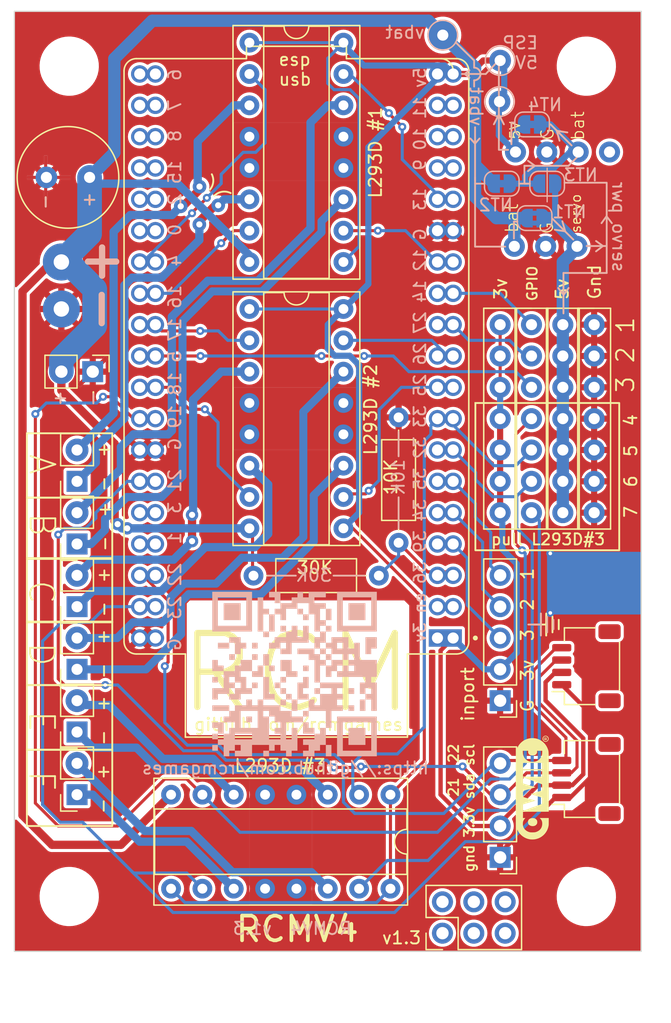
<source format=kicad_pcb>
(kicad_pcb (version 20221018) (generator pcbnew)
  (title_block (title "Robot Control Module V4") (rev "v1.2") (company "https://github.com/rcmgames"))
  (layers (0 "F.Cu" signal) (31 "B.Cu" signal) (34 "B.Paste" user) (35 "F.Paste" user) (36 "B.SilkS" user "B.Silkscreen") (37 "F.SilkS" user "F.Silkscreen") (38 "B.Mask" user) (39 "F.Mask" user) (44 "Edge.Cuts" user))
  (net 0 "")
  (net 1 "GND")
  (net 2 "+3.3V")
  (net 3 "sda")
  (net 4 "scl")
  (net 5 "Net-(J12-Pin_1)")
  (net 6 "Net-(J12-Pin_2)")
  (net 19 "Net-(J13-Pin_1)")
  (net 20 "Net-(J13-Pin_2)")
  (net 21 "IC1 1A")
  (net 22 "IC1 1B")
  (net 23 "IC1 2A")
  (net 24 "IC1 2B")
  (net 25 "IC2 2A")
  (net 26 "pin1")
  (net 27 "IC2 2B")
  (net 28 "IC2 1B")
  (net 29 "5v")
  (net 30 "IC2 1A")
  (net 31 "IC3 2B")
  (net 32 "IC3 2A")
  (net 33 "pin2")
  (net 34 "pin3")
  (net 35 "IC3 1B")
  (net 36 "IC3 1A")
  (net 37 "vbat")
  (net 38 "servo power")
  (net 39 "Net-(J14-Pin_1)")
  (net 40 "Net-(J14-Pin_2)")
  (net 41 "Net-(J1-Pin_5)")
  (net 42 "Net-(J1-Pin_4)")
  (net 43 "Net-(J1-Pin_3)")
  (net 44 "Net-(U6-vin)")
  (net 45 "Net-(J2-Pin_1)")
  (net 46 "Net-(J2-Pin_2)")
  (net 47 "Net-(J15-Pin_1)")
  (net 48 "Net-(J15-Pin_2)")
  (net 49 "Net-(J16-Pin_1)")
  (net 50 "Net-(J16-Pin_2)")
  (net 51 "Net-(U1-SENSOR_VP)")
  (footprint "LOGO" (layer "F.Cu") (at 92.71 113.792 90)
    (fp_text reference "G***" hide)
    (fp_text value "LOGO" hide)
  )
  (footprint "projectlib:PinHeader_1x07_P2.54mm_Vertical" (layer "F.Cu") (at 90.17 76.2)
    (fp_text reference "J6" hide)
    (fp_text value "Conn_01x07_Pin")
  )
  (footprint "Connector_PinSocket_2.54mm:PinSocket_1x02_P2.54mm_Vertical" (layer "F.Cu") (at 55.88 109.22 180)
    (fp_text reference "J15" hide)
    (fp_text value "Conn_01x02_Pin")
  )
  (footprint "MountingHole:MountingHole_4.3mm_M4" (layer "F.Cu") (at 97.155 55.245)
    (fp_text reference "H1" hide)
    (fp_text value "MountingHole")
  )
  (footprint "projectlib:battery wires" (layer "F.Cu") (at 54.61 74.93)
    (fp_text reference "J7" hide)
    (fp_text value "Conn_01x02" hide)
  )
  (footprint "projectlib:pololu4085" (layer "F.Cu") (at 98.305 68.58 180)
    (fp_text reference "U5" hide)
    (fp_text value "~")
  )
  (footprint "Connector_PinHeader_2.54mm:PinHeader_1x04_P2.54mm_Vertical" (layer "F.Cu") (at 90.17 119.38 180)
    (fp_text reference "J11" hide)
    (fp_text value "Conn_01x04_Pin")
  )
  (footprint "Connector_PinSocket_2.54mm:PinSocket_1x02_P2.54mm_Vertical" (layer "F.Cu") (at 55.88 114.3 180)
    (fp_text reference "J16" hide)
    (fp_text value "Conn_01x02_Pin")
  )
  (footprint "Connector_PinSocket_2.54mm:PinSocket_1x02_P2.54mm_Vertical" (layer "F.Cu") (at 55.88 88.9 180)
    (fp_text reference "J13" hide)
    (fp_text value "Conn_01x02_Pin")
  )
  (footprint "projectlib:pololu3792" (layer "F.Cu") (at 88.8746 64.7446)
    (fp_text reference "U6" hide)
    (fp_text value "~")
  )
  (footprint "projectlib:JST_SH_SM04B-SRSS-TB_1x04-1MP_P1.00mm_Horizontal" (layer "F.Cu") (at 97.162 103.886 90)
    (fp_text reference "J9" hide)
    (fp_text value "Conn_01x04_Pin")
  )
  (footprint "projectlib:PinHeader_1x07_P2.54mm_Vertical" (layer "F.Cu") (at 97.79 76.2)
    (fp_text reference "J5" hide)
    (fp_text value "Conn_01x07_Pin")
  )
  (footprint "Connector_PinHeader_2.54mm:PinHeader_1x05_P2.54mm_Vertical" (layer "F.Cu") (at 90.17 106.68 180)
    (fp_text reference "J1" hide)
    (fp_text value "Conn_01x05_Pin")
  )
  (footprint "projectlib:DIP-16_W7.62mm_Socket" (layer "F.Cu") (at 81.28 114.3 -90)
    (fp_text reference "U4" hide)
    (fp_text value "L293D")
  )
  (footprint "Connector_PinHeader_2.54mm:PinHeader_2x03_P2.54mm_Vertical" (layer "F.Cu") (at 85.4964 125.5268 90)
    (fp_text reference "J17" hide)
    (fp_text value "Conn_02x03_Odd_Even")
  )
  (footprint "Resistor_THT:R_Axial_DIN0207_L6.3mm_D2.5mm_P10.16mm_Horizontal" (layer "F.Cu") (at 70.1802 96.5454)
    (fp_text reference "R2" hide)
    (fp_text value "30k")
  )
  (footprint "Connector_PinSocket_2.54mm:PinSocket_1x02_P2.54mm_Vertical" (layer "F.Cu") (at 55.88 104.14 180)
    (fp_text reference "J12" hide)
    (fp_text value "Conn_01x02_Pin")
  )
  (footprint "Capacitor_THT:C_Radial_D8.0mm_H11.5mm_P3.50mm" (layer "F.Cu") (at 56.896 64.262 180)
    (fp_text reference "C1" hide)
    (fp_text value ">=47uF")
  )
  (footprint "projectlib:MODULE_ESP32-DEVKITC-32E" (layer "F.Cu") (at 73.66 78.765 180)
    (fp_text reference "U1" hide)
    (fp_text value "ESP32-DEVKITC-32E")
  )
  (footprint "projectlib:PinHeader_1x07_P2.54mm_Vertical" (layer "F.Cu") (at 95.25 76.2)
    (fp_text reference "J4" hide)
    (fp_text value "Conn_01x07_Pin")
  )
  (footprint "Connector_PinSocket_2.54mm:PinSocket_1x02_P2.54mm_Vertical" (layer "F.Cu") (at 55.88 99.06 180)
    (fp_text reference "J2" hide)
    (fp_text value "Conn_01x02_Pin")
  )
  (footprint "MountingHole:MountingHole_4.3mm_M4" (layer "F.Cu") (at 55.245 122.555)
    (fp_text reference "H3" hide)
    (fp_text value "MountingHole")
  )
  (footprint "projectlib:DIP-16_W7.62mm_Socket" (layer "F.Cu") (at 69.85 53.34)
    (fp_text reference "U3" hide)
    (fp_text value "L293D")
  )
  (footprint "Connector_PinSocket_2.54mm:PinSocket_1x02_P2.54mm_Vertical" (layer "F.Cu") (at 55.88 93.98 180)
    (fp_text reference "J14" hide)
    (fp_text value "Conn_01x02_Pin")
  )
  (footprint "projectlib:DIP-16_W7.62mm_Socket" (layer "F.Cu") (at 69.85 74.93)
    (fp_text reference "U2" hide)
    (fp_text value "L293D")
  )
  (footprint "Resistor_THT:R_Axial_DIN0207_L6.3mm_D2.5mm_P10.16mm_Horizontal" (layer "F.Cu") (at 81.9404 93.8784 90)
    (fp_text reference "R3" hide)
    (fp_text value "10k")
  )
  (footprint "projectlib:JST_SH_SM04B-SRSS-TB_1x04-1MP_P1.00mm_Horizontal" (layer "F.Cu") (at 97.162 113.03 90)
    (fp_text reference "J10" hide)
    (fp_text value "Conn_01x04_Pin")
  )
  (footprint "Connector_PinHeader_2.54mm:PinHeader_1x02_P2.54mm_Vertical" (layer "F.Cu") (at 57.15 80.01 -90)
    (fp_text reference "J8" hide)
    (fp_text value "Conn_01x02")
  )
  (footprint "MountingHole:MountingHole_4.3mm_M4" (layer "F.Cu") (at 97.155 122.555)
    (fp_text reference "H4" hide)
    (fp_text value "MountingHole")
  )
  (footprint "projectlib:PinHeader_1x07_P2.54mm_Vertical" (layer "F.Cu") (at 92.71 76.2)
    (fp_text reference "J3" hide)
    (fp_text value "Conn_01x07_Pin")
  )
  (footprint "MountingHole:MountingHole_4.3mm_M4" (layer "F.Cu") (at 55.245 55.245)
    (fp_text reference "H2" hide)
    (fp_text value "MountingHole")
  )
  (footprint "Jumper:SolderJumper-2_P1.3mm_Bridged2Bar_RoundedPad1.0x1.5mm" (layer "B.Cu") (at 92.964 67.564)
    (fp_text reference "NT1")
    (fp_text value "NetTie_2")
  )
  (footprint "TestPoint:TestPoint_THTPad_D2.0mm_Drill1.0mm" (layer "B.Cu") (at 90.17 54.7878 180)
    (fp_text reference "TP1" hide)
    (fp_text value "TestPoint")
  )
  (footprint "Jumper:SolderJumper-2_P1.3mm_Bridged_RoundedPad1.0x1.5mm" (layer "B.Cu") (at 90.304 64.77)
    (fp_text reference "NT2")
    (fp_text value "NetTie_2")
  )
  (footprint "LOGO" (layer "B.Cu") (at 73.5076 104.521 180)
    (fp_text reference "G***" hide)
    (fp_text value "LOGO" hide)
  )
  (footprint "Jumper:SolderJumper-2_P1.3mm_Bridged_RoundedPad1.0x1.5mm" (layer "B.Cu") (at 92.7608 59.9694 180)
    (fp_text reference "NT4")
    (fp_text value "NetTie_2")
  )
  (footprint "TestPoint:TestPoint_THTPad_D2.0mm_Drill1.0mm" (layer "B.Cu") (at 85.5218 52.7304 180)
    (fp_text reference "TP2" hide)
    (fp_text value "TestPoint")
  )
  (footprint "TestPoint:TestPoint_THTPad_D2.0mm_Drill1.0mm" (layer "B.Cu") (at 90.1192 58.1152 180)
    (fp_text reference "TP3" hide)
    (fp_text value "TestPoint")
  )
  (footprint "Jumper:SolderJumper-2_P1.3mm_Open_RoundedPad1.0x1.5mm" (layer "B.Cu") (at 93.98 64.77 180)
    (fp_text reference "NT3")
    (fp_text value "NetTie_2")
  )
  (gr_line (start 88.138 64.77) (end 88.904 64.77) (stroke (width 0.15)) (layer "B.SilkS"))
  (gr_line (start 98.5012 69.8246) (end 97.9424 70.2564) (stroke (width 0.15)) (layer "B.SilkS"))
  (gr_line (start 90.0684 59.1693) (end 89.662 59.9567) (stroke (width 0.15)) (layer "B.SilkS"))
  (gr_line (start 92.1385 63.3222) (end 92.1385 64.7) (stroke (width 0.15)) (layer "B.SilkS"))
  (gr_line (start 95.3008 72.009) (end 95.3008 75.1332) (stroke (width 0.15)) (layer "B.SilkS"))
  (gr_line (start 95.4405 68.6308) (end 94.6023 68.5038) (stroke (width 0.15)) (layer "B.SilkS"))
  (gr_line (start 88.138 69.8754) (end 90.5764 69.8754) (stroke (width 0.15)) (layer "B.SilkS"))
  (gr_line (start 93.472 99.6188) (end 93.472 100.6348) (stroke (width 0.15)) (layer "B.SilkS"))
  (gr_line (start 88.0618 56.896) (end 88.0618 56.393683) (stroke (width 0.15)) (layer "B.SilkS"))
  (gr_line (start 90.0684 54.7624) (end 90.0684 62.0268) (stroke (width 0.15)) (layer "B.SilkS"))
  (gr_line (start 94.2594 59.9694) (end 95.9612 61.6712) (stroke (width 0.15)) (layer "B.SilkS"))
  (gr_line (start 88.138 64.262) (end 88.138 64.77) (stroke (width 0.15)) (layer "B.SilkS"))
  (gr_line (start 92.9894 63.3222) (end 92.4306 62.9158) (stroke (width 0.15)) (layer "B.SilkS"))
  (gr_line (start 95.4405 68.6308) (end 95.2119 67.818) (stroke (width 0.15)) (layer "B.SilkS"))
  (gr_line (start 98.7806 64.6938) (end 95.3897 64.6938) (stroke (width 0.15)) (layer "B.SilkS"))
  (gr_line (start 98.806 67.056) (end 98.806 64.6938) (stroke (width 0.15)) (layer "B.SilkS"))
  (gr_line (start 91.0844 61.5696) (end 91.0844 59.817) (stroke (width 0.15)) (layer "B.SilkS"))
  (gr_line (start 81.9404 90.1954) (end 81.9404 92.71) (stroke (width 0.15)) (layer "B.SilkS"))
  (gr_line (start 93.98 99.8728) (end 93.98 101.1428) (stroke (width 0.15)) (layer "B.SilkS"))
  (gr_arc (start 88.138 55.372) (mid 88.57406 55.918206) (end 88.0618 56.393683) (stroke (width 0.15)) (layer "B.SilkS"))
  (gr_line (start 94.9833 61.2902) (end 94.7547 60.4774) (stroke (width 0.15)) (layer "B.SilkS"))
  (gr_line (start 95.6183 60.6171) (end 94.7801 60.4901) (stroke (width 0.15)) (layer "B.SilkS"))
  (gr_line (start 88.0618 55.372) (end 88.0618 54.7878) (stroke (width 0.15)) (layer "B.SilkS"))
  (gr_line (start 95.3135 73.787) (end 94.8817 73.2282) (stroke (width 0.15)) (layer "B.SilkS"))
  (gr_line (start 95.3008 72.009) (end 98.806 72.009) (stroke (width 0.15)) (layer "B.SilkS"))
  (gr_line (start 94.3991 67.6021) (end 96.1009 69.3039) (stroke (width 0.15)) (layer "B.SilkS"))
  (gr_line (start 76.6699 96.5454) (end 79.1845 96.5454) (stroke (width 0.15)) (layer "B.SilkS"))
  (gr_line (start 92.1385 63.3222) (end 95.7072 63.3222) (stroke (width 0.15)) (layer "B.SilkS"))
  (gr_line (start 87.2998 55.88) (end 87.6808 56.1848) (stroke (width 0.15)) (layer "B.SilkS"))
  (gr_line (start 87.757 61.1124) (end 88.138 61.5188) (stroke (width 0.15)) (layer "B.SilkS"))
  (gr_line (start 87.6808 55.5752) (end 87.2998 55.88) (stroke (width 0.15)) (layer "B.SilkS"))
  (gr_line (start 93.472 100.5078) (end 92.456 100.5078) (stroke (width 0.15)) (layer "B.SilkS"))
  (gr_line (start 98.806 72.009) (end 98.806 67.056) (stroke (width 0.15)) (layer "B.SilkS"))
  (gr_line (start 91.2876 69.215) (end 91.2876 67.8434) (stroke (width 0.15)) (layer "B.SilkS"))
  (gr_line (start 98.7933 67.4116) (end 98.3869 67.9704) (stroke (width 0.15)) (layer "B.SilkS"))
  (gr_line (start 91.567 67.8434) (end 91.2876 67.8434) (stroke (width 0.15)) (layer "B.SilkS"))
  (gr_line (start 95.3008 75.1332) (end 95.3008 75.2856) (stroke (width 0.15)) (layer "B.SilkS"))
  (gr_line (start 98.5012 69.8246) (end 97.9424 69.4182) (stroke (width 0.15)) (layer "B.SilkS"))
  (gr_line (start 90.0684 59.1693) (end 90.4748 59.9567) (stroke (width 0.15)) (layer "B.SilkS"))
  (gr_line (start 93.98 63.5127) (end 93.98 66.2432) (stroke (width 0.1)) (layer "B.SilkS"))
  (gr_line (start 88.138 60.198) (end 88.138 64.516) (stroke (width 0.15)) (layer "B.SilkS"))
  (gr_line (start 94.1832 59.9694) (end 94.2594 59.9694) (stroke (width 0.15)) (layer "B.SilkS"))
  (gr_line (start 92.58 64.77) (end 92.142 64.77) (stroke (width 0.15)) (layer "B.SilkS"))
  (gr_line (start 92.9894 63.3222) (end 92.4306 63.754) (stroke (width 0.15)) (layer "B.SilkS"))
  (gr_line (start 87.0712 55.88) (end 89.0016 55.88) (stroke (width 0.15)) (layer "B.SilkS"))
  (gr_line (start 90.0684 54.7624) (end 89.0016 55.88) (stroke (width 0.15)) (layer "B.SilkS"))
  (gr_line (start 71.3359 96.5454) (end 73.6092 96.5454) (stroke (width 0.15)) (layer "B.SilkS"))
  (gr_line (start 86.5632 53.3146) (end 88.0618 54.7878) (stroke (width 0.15)) (layer "B.SilkS"))
  (gr_line (start 88.138 61.5188) (end 88.4936 61.1124) (stroke (width 0.15)) (layer "B.SilkS"))
  (gr_line (start 91.0844 59.817) (end 91.3384 59.817) (stroke (width 0.15)) (layer "B.SilkS"))
  (gr_line (start 81.9404 84.8868) (end 81.9404 86.868) (stroke (width 0.15)) (layer "B.SilkS"))
  (gr_line (start 88.138 61.5188) (end 87.757 61.1124) (stroke (width 0.15)) (layer "B.SilkS"))
  (gr_line (start 88.138 64.77) (end 88.138 69.8754) (stroke (width 0.15)) (layer "B.SilkS"))
  (gr_line (start 96.393 62.6364) (end 95.7072 63.3222) (stroke (width 0.15)) (layer "B.SilkS"))
  (gr_line (start 97.1804 69.8246) (end 98.7552 69.8246) (stroke (width 0.15)) (layer "B.SilkS"))
  (gr_line (start 98.7933 67.4116) (end 99.2251 67.9704) (stroke (width 0.15)) (layer "B.SilkS"))
  (gr_line (start 94.488 100.1268) (end 94.488 100.8888) (stroke (width 0.15)) (layer "B.SilkS"))
  (gr_line (start 90.0811 62.0268) (end 90.8177 62.0268) (stroke (width 0.15)) (layer "B.SilkS"))
  (gr_line (start 93.472 101.3968) (end 93.472 99.6188) (stroke (width 0.15)) (layer "B.SilkS"))
  (gr_line (start 91.704 64.77) (end 92.58 64.77) (stroke (width 0.15)) (layer "B.SilkS"))
  (gr_line (start 95.3135 73.787) (end 95.7199 73.2282) (stroke (width 0.15)) (layer "B.SilkS"))
  (gr_line (start 94.9198 100.1268) (end 94.9198 100.8888) (stroke (width 0.15)) (layer "F.SilkS"))
  (gr_rect (start 51.816 85.0046) (end 58.734 90.2208) (stroke (width 0.15)) (fill none) (layer "F.SilkS"))
  (gr_line (start 93.9038 101.3968) (end 93.9038 99.6188) (stroke (width 0.15)) (layer "F.SilkS"))
  (gr_rect (start 51.816 95.19) (end 58.734 100.33) (stroke (width 0.15)) (fill none) (layer "F.SilkS"))
  (gr_line (start 94.4118 99.8728) (end 94.4118 101.1428) (stroke (width 0.15)) (layer "F.SilkS"))
  (gr_rect (start 51.816 105.4262) (end 58.734 110.6678) (stroke (width 0.15)) (fill none) (layer "F.SilkS"))
  (gr_rect (start 51.816 100.27) (end 58.734 105.41) (stroke (width 0.15)) (fill none) (layer "F.SilkS"))
  (gr_rect (start 51.816 110.6516) (end 58.734 116.84) (stroke (width 0.15)) (fill none) (layer "F.SilkS"))
  (gr_rect (start 51.816 90.23) (end 58.734 95.123) (stroke (width 0.15)) (fill none) (layer "F.SilkS"))
  (gr_arc (start 66.802 64.008) (mid 66.912605 64.661196) (end 66.639997 65.265004) (stroke (width 0.15)) (layer "F.SilkS"))
  (gr_line (start 92.8878 100.5078) (end 93.9038 100.5078) (stroke (width 0.15)) (layer "F.SilkS"))
  (gr_line (start 93.9038 100.3808) (end 93.9038 101.3968) (stroke (width 0.15)) (layer "F.SilkS"))
  (gr_arc (start 67.014782 65.744782) (mid 67.636045 65.426746) (end 68.326 65.532) (stroke (width 0.15)) (layer "F.SilkS"))
  (gr_rect (start 88.1634 82.55) (end 99.822 94.488) (stroke (width 0.15)) (fill none) (layer "F.SilkS"))
  (gr_rect (start 50.8 50.8) (end 101.6 127) (stroke (width 0.1)) (fill none) (layer "Edge.Cuts"))
  (gr_text "ESP\n5V\n" (at 93.3196 55.5498) (layer "B.SilkS") (effects (font (size 1 1)) (justify left bottom mirror)))
  (gr_text "+\n" (at 56.388 66.802 -90) (layer "B.SilkS") (effects (font (size 1 1)) (justify left bottom mirror)))
  (gr_text "https://github.com/rcmgames" (at 84.4804 112.7252) (layer "B.SilkS") (effects (font (size 1 1)) (justify left bottom mirror)))
  (gr_text "-" (at 57.658 74.93 90) (layer "B.SilkS") (effects (font (size 3 3) (thickness 0.5) bold) (justify mirror)))
  (gr_text "servo pwr\n" (at 99.187 72.009 270) (layer "B.SilkS") (effects (font (size 1 1)) (justify left bottom mirror)))
  (gr_text "RCMV4  v1.3\n" (at 78.232 125.73) (layer "B.SilkS") (effects (font (size 1 1)) (justify left bottom mirror)))
  (gr_text "-\n" (at 53.848 65.532 90) (layer "B.SilkS") (effects (font (size 1 1)) (justify left bottom mirror)))
  (gr_text "5v 11 10 9  13  G 12 14 27 26 25 33 32 35 34 39 36 en 3v" (at 84.2264 55.2704 90) (layer "B.SilkS") (effects (font (size 0.95 0.95)) (justify left bottom mirror)))
  (gr_text "-" (at 57.277 82.1944 -90) (layer "B.SilkS") (effects (font (size 1 1)) (justify mirror)))
  (gr_text "10K\n" (at 82.4992 87.0204 90) (layer "B.SilkS") (effects (font (size 1 1)) (justify left bottom mirror)))
  (gr_text "vbat" (at 84.1248 53.086) (layer "B.SilkS") (effects (font (size 1 1)) (justify left bottom mirror)))
  (gr_text "30K\n" (at 76.6064 97.1042) (layer "B.SilkS") (effects (font (size 1 1)) (justify left bottom mirror)))
  (gr_text "+" (at 54.5338 82.0928) (layer "B.SilkS") (effects (font (size 1 1)) (justify mirror)))
  (gr_text "6  7  8  15 2  0  4  16 17 5 18 19 G  21 3  1  22 23  G" (at 64.389 55.372 90) (layer "B.SilkS") (effects (font (size 1 1)) (justify left bottom mirror)))
  (gr_text "+" (at 57.912 70.866) (layer "B.SilkS") (effects (font (size 3 3) (thickness 0.5) bold) (justify mirror)))
  (gr_text "vbat" (at 87.63 60.198 -90) (layer "B.SilkS") (effects (font (size 1 1)) (justify left bottom mirror)))
  (gr_text "+  -" (at 57.658 90.4748 -90) (layer "F.SilkS") (effects (font (size 1 1)) (justify left bottom)))
  (gr_text "3v\n" (at 90.805 74.2442 90) (layer "F.SilkS") (effects (font (size 1 1)) (justify left bottom)))
  (gr_text "gnd 3.3v sda scl\n" (at 88.138 120.65 -270) (layer "F.SilkS") (effects (font (size 0.8 0.8)) (justify left bottom)))
  (gr_text "RCM" (at 73.6346 107.95) (layer "F.SilkS") (effects (font (size 6 6) (thickness 0.5)) (justify bottom)))
  (gr_text "RCMV4" (at 68.58 126.365) (layer "F.SilkS") (effects (font (size 2 2) (thickness 0.3) bold) (justify left bottom)))
  (gr_text "7  6  5  4  " (at 101.346 91.948 90) (layer "F.SilkS") (effects (font (size 1 1)) (justify left bottom)))
  (gr_text "L293D #3\n" (at 68.5546 112.522) (layer "F.SilkS") (effects (font (size 1 1)) (justify left bottom)))
  (gr_text "C  D\n" (at 51.816 96.774 270) (layer "F.SilkS") (effects (font (size 2 2)) (justify left bottom)))
  (gr_text "21  22" (at 86.868 114.554 90) (layer "F.SilkS") (effects (font (size 0.8 0.8)) (justify left bottom)))
  (gr_text "github.com/rcmgames" (at 65.278 109.1946) (layer "F.SilkS") (effects (font (size 1 1)) (justify left bottom)))
  (gr_text "E  F\n" (at 51.8414 107.3658 270) (layer "F.SilkS") (effects (font (size 2 2)) (justify left bottom)))
  (gr_text "30K\n" (at 73.6092 96.4692) (layer "F.SilkS") (effects (font (size 1 1)) (justify left bottom)))
  (gr_text "+  -" (at 57.5818 95.7834 -90) (layer "F.SilkS") (effects (font (size 1 1)) (justify left bottom)))
  (gr_text "L293D #2" (at 80.264 86.868 90) (layer "F.SilkS") (effects (font (size 1 1)) (justify left bottom)))
  (gr_text "inport" (at 88.138 108.458 90) (layer "F.SilkS") (effects (font (size 1 1)) (justify left bottom)))
  (gr_text "3 2 1" (at 101.1428 81.8134 90) (layer "F.SilkS") (effects (font (size 1.4 1.4)) (justify left bottom)))
  (gr_text "pull L293D#3" (at 94.0562 94.1324) (layer "F.SilkS") (effects (font (size 0.9 0.9)) (justify bottom)))
  (gr_text "GPIO" (at 93.2434 74.3712 90) (layer "F.SilkS") (effects (font (size 0.8 0.8)) (justify left bottom)))
  (gr_text "+  -" (at 57.531 111.7346 -90) (layer "F.SilkS") (effects (font (size 1 1)) (justify left bottom)))
  (gr_text "G  3v  3  2  1" (at 92.964 107.696 90) (layer "F.SilkS") (effects (font (size 1 1)) (justify left bottom)))
  (gr_text "L293D #1" (at 80.645 66.04 90) (layer "F.SilkS") (effects (font (size 1 1)) (justify left bottom)))
  (gr_text "esp\nusb" (at 72.136 56.896) (layer "F.SilkS") (effects (font (size 1 1)) (justify left bottom)))
  (gr_text "5v\n" (at 95.7834 74.2696 90) (layer "F.SilkS") (effects (font (size 1 1)) (justify left bottom)))
  (gr_text "+  -" (at 57.5818 85.6234 -90) (layer "F.SilkS") (effects (font (size 1 1)) (justify left bottom)))
  (gr_text "+\n" (at 57.404 66.802 90) (layer "F.SilkS") (effects (font (size 1 1)) (justify left bottom)))
  (gr_text "Gnd\n" (at 98.3996 74.2442 90) (layer "F.SilkS") (effects (font (size 1 1)) (justify left bottom)))
  (gr_text "-\n" (at 52.832 65.532 -90) (layer "F.SilkS") (effects (font (size 1 1)) (justify left bottom)))
  (gr_text "+  -" (at 57.5564 100.7872 -90) (layer "F.SilkS") (effects (font (size 1 1)) (justify left bottom)))
  (gr_text "+  -" (at 57.5564 106.1974 -90) (layer "F.SilkS") (effects (font (size 1 1)) (justify left bottom)))
  (gr_text "10K\n" (at 81.8896 90.0938 90) (layer "F.SilkS") (effects (font (size 1 1)) (justify left bottom)))
  (gr_text "A  B\n" (at 51.8668 86.5632 270) (layer "F.SilkS") (effects (font (size 2 2)) (justify left bottom)))
  (gr_text "v1.3\n" (at 80.518 126.492) (layer "F.SilkS") (effects (font (size 1 1)) (justify left bottom)))
  (segment (start 95.162 114.53) (end 95.8582 114.53) (width 0.35) (layer "F.Cu") (net 1))
  (segment (start 97.458 107.682) (end 95.162 105.386) (width 0.35) (layer "F.Cu") (net 1))
  (segment (start 90.17 119.38) (end 90.17 119.014) (width 0.35) (layer "F.Cu") (net 1))
  (segment (start 94.654 114.53) (end 95.162 114.53) (width 0.35) (layer "F.Cu") (net 1))
  (segment (start 95.8582 114.53) (end 97.458 112.9302) (width 0.35) (layer "F.Cu") (net 1))
  (segment (start 90.17 119.014) (end 94.654 114.53) (width 0.35) (layer "F.Cu") (net 1))
  (segment (start 97.458 112.9302) (end 97.458 107.682) (width 0.35) (layer "F.Cu") (net 1))
  (via (at 94.234 94.742) (size 0.65) (drill 0.3) (layers "F.Cu" "B.Cu") (net 1))
  (via (at 94.234 99.568) (size 0.65) (drill 0.3) (layers "F.Cu" "B.Cu") (net 1))
  (segment (start 90.17 88.9) (end 90.17 86.36) (width 0.5) (layer "F.Cu") (net 2))
  (segment (start 90.17 78.74) (end 90.17 81.28) (width 0.25) (layer "F.Cu") (net 2))
  (segment (start 90.17 76.2) (end 90.17 78.74) (width 0.25) (layer "F.Cu") (net 2))
  (segment (start 86.36 101.6) (end 85.344 102.616) (width 0.35) (layer "F.Cu") (net 2))
  (segment (start 93.852 106.672) (end 93.852 105.178538) (width 0.35) (layer "F.Cu") (net 2))
  (segment (start 85.344 102.616) (end 85.344 114.3) (width 0.35) (layer "F.Cu") (net 2))
  (segment (start 94.644538 104.386) (end 95.162 104.386) (width 0.35) (layer "F.Cu") (net 2))
  (segment (start 93.226 113.53) (end 95.162 113.53) (width 0.35) (layer "F.Cu") (net 2))
  (segment (start 96.908 109.728) (end 93.852 106.672) (width 0.35) (layer "F.Cu") (net 2))
  (segment (start 87.884 116.84) (end 90.17 116.84) (width 0.35) (layer "F.Cu") (net 2))
  (segment (start 96.908 112.642) (end 96.908 109.728) (width 0.35) (layer "F.Cu") (net 2))
  (segment (start 85.344 114.3) (end 87.884 116.84) (width 0.35) (layer "F.Cu") (net 2))
  (segment (start 90.17 91.44) (end 90.17 88.9) (width 0.5) (layer "F.Cu") (net 2))
  (segment (start 95.162 113.53) (end 96.02 113.53) (width 0.35) (layer "F.Cu") (net 2))
  (segment (start 90.17 116.586) (end 93.226 113.53) (width 0.35) (layer "F.Cu") (net 2))
  (segment (start 90.17 86.36) (end 90.17 83.82) (width 0.5) (layer "F.Cu") (net 2))
  (segment (start 90.17 116.84) (end 90.17 116.586) (width 0.35) (layer "F.Cu") (net 2))
  (segment (start 96.02 113.53) (end 96.908 112.642) (width 0.35) (layer "F.Cu") (net 2))
  (segment (start 93.852 105.178538) (end 94.644538 104.386) (width 0.35) (layer "F.Cu") (net 2))
  (segment (start 90.3478 94.4118) (end 91.5162 95.5802) (width 0.5) (layer "B.Cu") (net 2))
  (segment (start 88.9 104.14) (end 86.36 101.6) (width 0.5) (layer "B.Cu") (net 2))
  (segment (start 90.17 91.44) (end 90.3478 91.6178) (width 0.5) (layer "B.Cu") (net 2))
  (segment (start 90.17 83.82) (end 90.17 81.28) (width 0.5) (layer "B.Cu") (net 2))
  (segment (start 91.5162 102.7938) (end 90.17 104.14) (width 0.5) (layer "B.Cu") (net 2))
  (segment (start 90.3478 91.6178) (end 90.3478 94.4118) (width 0.5) (layer "B.Cu") (net 2))
  (segment (start 91.5162 95.5802) (end 91.5162 102.7938) (width 0.5) (layer "B.Cu") (net 2))
  (segment (start 90.17 104.14) (end 88.9 104.14) (width 0.5) (layer "B.Cu") (net 2))
  (segment (start 94.715248 103.386) (end 93.352 104.749248) (width 0.25) (layer "F.Cu") (net 3))
  (segment (start 54.356 104.902) (end 54.864 105.41) (width 0.25) (layer "F.Cu") (net 3))
  (segment (start 95.933376 112.53) (end 92.321 112.53) (width 0.25) (layer "F.Cu") (net 3))
  (segment (start 93.352 104.749248) (end 93.352 106.879107) (width 0.25) (layer "F.Cu") (net 3))
  (segment (start 96.4 109.927107) (end 96.4 112.063376) (width 0.25) (layer "F.Cu") (net 3))
  (segment (start 89.408 114.3) (end 90.17 114.3) (width 0.25) (layer "F.Cu") (net 3))
  (segment (start 96.4 112.063376) (end 95.933376 112.53) (width 0.25) (layer "F.Cu") (net 3))
  (segment (start 87.122 112.014) (end 89.408 114.3) (width 0.25) (layer "F.Cu") (net 3))
  (segment (start 90.551 114.3) (end 90.17 114.3) (width 0.25) (layer "F.Cu") (net 3))
  (segment (start 95.162 103.386) (end 94.715248 103.386) (width 0.25) (layer "F.Cu") (net 3))
  (segment (start 78.818268 112.092266) (end 78.889017 112.021517) (width 0.25) (layer "F.Cu") (net 3))
  (segment (start 92.321 112.53) (end 90.551 114.3) (width 0.25) (layer "F.Cu") (net 3))
  (segment (start 76.708 112.092266) (end 78.818268 112.092266) (width 0.25) (layer "F.Cu") (net 3))
  (segment (start 54.356 93.218) (end 54.356 104.902) (width 0.25) (layer "F.Cu") (net 3))
  (segment (start 93.352 106.879107) (end 96.4 109.927107) (width 0.25) (layer "F.Cu") (net 3))
  (segment (start 54.864 105.41) (end 58.166 105.41) (width 0.25) (layer "F.Cu") (net 3))
  (via (at 58.166 105.41) (size 0.65) (drill 0.3) (layers "F.Cu" "B.Cu") (net 3))
  (via (at 76.708 112.092266) (size 0.65) (drill 0.3) (layers "F.Cu" "B.Cu") (net 3))
  (via (at 54.356 93.218) (size 0.65) (drill 0.3) (layers "F.Cu" "B.Cu") (net 3))
  (via (at 78.889017 112.021517) (size 0.65) (drill 0.3) (layers "F.Cu" "B.Cu") (net 3))
  (via (at 87.122 112.014) (size 0.65) (drill 0.3) (layers "F.Cu" "B.Cu") (net 3))
  (segment (start 67.181746 110.738) (end 67.949746 111.506) (width 0.25) (layer "B.Cu") (net 3))
  (segment (start 58.166 105.41) (end 59.182 105.41) (width 0.25) (layer "B.Cu") (net 3))
  (segment (start 57.404 91.88481) (end 57.404 91.44) (width 0.25) (layer "B.Cu") (net 3))
  (segment (start 87.122 112.014) (end 78.896534 112.014) (width 0.25) (layer "B.Cu") (net 3))
  (segment (start 59.944 88.9) (end 60.96 88.9) (width 0.25) (layer "B.Cu") (net 3))
  (segment (start 54.864 92.71) (end 56.57881 92.71) (width 0.25) (layer "B.Cu") (net 3))
  (segment (start 56.57881 92.71) (end 57.404 91.88481) (width 0.25) (layer "B.Cu") (net 3))
  (segment (start 64.51 110.738) (end 67.181746 110.738) (width 0.25) (layer "B.Cu") (net 3))
  (segment (start 76.121734 111.506) (end 76.708 112.092266) (width 0.25) (layer "B.Cu") (net 3))
  (segment (start 78.896534 112.014) (end 78.889017 112.021517) (width 0.25) (layer "B.Cu") (net 3))
  (segment (start 57.404 91.44) (end 59.944 88.9) (width 0.25) (layer "B.Cu") (net 3))
  (segment (start 67.949746 111.506) (end 76.121734 111.506) (width 0.25) (layer "B.Cu") (net 3))
  (segment (start 59.182 105.41) (end 64.51 110.738) (width 0.25) (layer "B.Cu") (net 3))
  (segment (start 54.356 93.218) (end 54.864 92.71) (width 0.25) (layer "B.Cu") (net 3))
  (segment (start 94.715248 102.386) (end 95.162 102.386) (width 0.25) (layer "F.Cu") (net 4))
  (segment (start 95.504 109.667503) (end 92.902 107.065503) (width 0.25) (layer "F.Cu") (net 4))
  (segment (start 93.726 103.378) (end 93.726 103.375248) (width 0.25) (layer "F.Cu") (net 4))
  (segment (start 62.992 103.8225) (end 63.259 103.5555) (width 0.25) (layer "F.Cu") (net 4))
  (segment (start 93.726 103.375248) (end 94.715248 102.386) (width 0.25) (layer "F.Cu") (net 4))
  (segment (start 63.259 98.565) (end 61.214 96.52) (width 0.25) (layer "F.Cu") (net 4))
  (segment (start 90.654 111.53) (end 95.162 111.53) (width 0.25) (layer "F.Cu") (net 4))
  (segment (start 90.424 111.76) (end 90.654 111.53) (width 0.25) (layer "F.Cu") (net 4))
  (segment (start 61.214 96.52) (end 60.96 96.52) (width 0.25) (layer "F.Cu") (net 4))
  (segment (start 62.992 103.886) (end 62.992 103.8225) (width 0.25) (layer "F.Cu") (net 4))
  (segment (start 63.259 103.5555) (end 63.259 98.565) (width 0.25) (layer "F.Cu") (net 4))
  (segment (start 95.504 111.53) (end 95.504 109.667503) (width 0.25) (layer "F.Cu") (net 4))
  (segment (start 92.902 104.202) (end 93.726 103.378) (width 0.25) (layer "F.Cu") (net 4))
  (segment (start 92.902 107.065503) (end 92.902 104.202) (width 0.25) (layer "F.Cu") (net 4))
  (segment (start 95.162 111.53) (end 95.504 111.53) (width 0.25) (layer "F.Cu") (net 4))
  (via (at 62.992 103.886) (size 0.65) (drill 0.3) (layers "F.Cu" "B.Cu") (net 4))
  (segment (start 78.390122 115.824) (end 85.598 115.824) (width 0.25) (layer "B.Cu") (net 4))
  (segment (start 89.662 111.76) (end 90.17 111.76) (width 0.25) (layer "B.Cu") (net 4))
  (segment (start 77.47 114.903878) (end 78.390122 115.824) (width 0.25) (layer "B.Cu") (net 4))
  (segment (start 62.992 108.458) (end 64.822 110.288) (width 0.25) (layer "B.Cu") (net 4))
  (segment (start 85.598 115.824) (end 89.662 111.76) (width 0.25) (layer "B.Cu") (net 4))
  (segment (start 68.136142 111.056) (end 76.766 111.056) (width 0.25) (layer "B.Cu") (net 4))
  (segment (start 64.822 110.288) (end 67.368142 110.288) (width 0.25) (layer "B.Cu") (net 4))
  (segment (start 62.992 103.886) (end 62.992 108.458) (width 0.25) (layer "B.Cu") (net 4))
  (segment (start 67.368142 110.288) (end 68.136142 111.056) (width 0.25) (layer "B.Cu") (net 4))
  (segment (start 77.47 111.76) (end 77.47 114.903878) (width 0.25) (layer "B.Cu") (net 4))
  (segment (start 76.766 111.056) (end 77.47 111.76) (width 0.25) (layer "B.Cu") (net 4))
  (segment (start 70.7898 98.044) (end 64.927706 98.044) (width 0.65) (layer "B.Cu") (net 5))
  (segment (start 64.309 98.662706) (end 64.309 101.299) (width 0.65) (layer "B.Cu") (net 5))
  (segment (start 75.0688 93.765) (end 70.7898 98.044) (width 0.65) (layer "B.Cu") (net 5))
  (segment (start 77.47 87.63) (end 75.0688 90.0312) (width 0.65) (layer "B.Cu") (net 5))
  (segment (start 75.0688 90.0312) (end 75.0688 93.765) (width 0.65) (layer "B.Cu") (net 5))
  (segment (start 64.927706 98.044) (end 64.309 98.662706) (width 0.65) (layer "B.Cu") (net 5))
  (segment (start 61.468 104.14) (end 55.88 104.14) (width 0.65) (layer "B.Cu") (net 5))
  (segment (start 64.309 101.299) (end 61.468 104.14) (width 0.65) (layer "B.Cu") (net 5))
  (segment (start 72.537718 95.094) (end 74.2188 93.412918) (width 0.65) (layer "B.Cu") (net 6))
  (segment (start 74.2188 93.412918) (end 74.2188 83.2612) (width 0.65) (layer "B.Cu") (net 6))
  (segment (start 64.575624 97.194) (end 67.144 97.194) (width 0.65) (layer "B.Cu") (net 6))
  (segment (start 59.131481 101.6) (end 60.401481 100.33) (width 0.65) (layer "B.Cu") (net 6))
  (segment (start 74.2188 83.2612) (end 77.47 80.01) (width 0.65) (layer "B.Cu") (net 6))
  (segment (start 67.144 97.194) (end 69.244 95.094) (width 0.65) (layer "B.Cu") (net 6))
  (segment (start 55.88 101.6) (end 59.131481 101.6) (width 0.65) (layer "B.Cu") (net 6))
  (segment (start 62.8142 100.33) (end 63.459 99.6852) (width 0.65) (layer "B.Cu") (net 6))
  (segment (start 69.244 95.094) (end 72.537718 95.094) (width 0.65) (layer "B.Cu") (net 6))
  (segment (start 63.459 98.310624) (end 64.575624 97.194) (width 0.65) (layer "B.Cu") (net 6))
  (segment (start 60.401481 100.33) (end 62.8142 100.33) (width 0.65) (layer "B.Cu") (net 6))
  (segment (start 63.459 99.6852) (end 63.459 98.310624) (width 0.65) (layer "B.Cu") (net 6))
  (segment (start 67.082151 66.521849) (end 65.792288 67.811712) (width 0.67) (layer "F.Cu") (net 19))
  (segment (start 67.318965 66.521849) (end 67.082151 66.521849) (width 0.67) (layer "F.Cu") (net 19))
  (segment (start 65.792288 67.811712) (end 65.792288 68.072) (width 0.67) (layer "F.Cu") (net 19))
  (via (at 65.792288 68.072) (size 1.1) (drill 0.5) (layers "F.Cu" "B.Cu") (net 19))
  (via (at 67.318965 66.521849) (size 1.1) (drill 0.5) (layers "F.Cu" "B.Cu") (net 19))
  (segment (start 57.404 87.376) (end 55.88 88.9) (width 0.67) (layer "B.Cu") (net 19))
  (segment (start 65.792288 69.335712) (end 62.738 72.39) (width 0.67) (layer "B.Cu") (net 19))
  (segment (start 67.318965 66.521849) (end 67.800814 66.04) (width 0.67) (layer "B.Cu") (net 19))
  (segment (start 62.738 72.39) (end 60.338802 72.39) (width 0.67) (layer "B.Cu") (net 19))
  (segment (start 59.715 73.013802) (end 59.715 83.795) (width 0.67) (layer "B.Cu") (net 19))
  (segment (start 57.404 86.106) (end 57.404 87.376) (width 0.67) (layer "B.Cu") (net 19))
  (segment (start 60.338802 72.39) (end 59.715 73.013802) (width 0.67) (layer "B.Cu") (net 19))
  (segment (start 67.800814 66.04) (end 69.85 66.04) (width 0.67) (layer "B.Cu") (net 19))
  (segment (start 59.715 83.795) (end 57.404 86.106) (width 0.67) (layer "B.Cu") (net 19))
  (segment (start 65.792288 68.072) (end 65.792288 69.335712) (width 0.67) (layer "B.Cu") (net 19))
  (segment (start 64.45826 66.60574) (end 65.80703 65.25697) (width 0.67) (layer "F.Cu") (net 20))
  (segment (start 65.80703 65.25697) (end 65.80703 65.009914) (width 0.67) (layer "F.Cu") (net 20))
  (segment (start 64.282873 66.60574) (end 64.45826 66.60574) (width 0.67) (layer "F.Cu") (net 20))
  (via (at 64.282873 66.60574) (size 1.1) (drill 0.5) (layers "F.Cu" "B.Cu") (net 20))
  (via (at 65.80703 65.009914) (size 1.1) (drill 0.5) (layers "F.Cu" "B.Cu") (net 20))
  (segment (start 65.659 61.341) (end 68.58 58.42) (width 0.67) (layer "B.Cu") (net 20))
  (segment (start 63.578613 67.31) (end 60.198 67.31) (width 0.67) (layer "B.Cu") (net 20))
  (segment (start 58.845 83.395) (end 55.88 86.36) (width 0.67) (layer "B.Cu") (net 20))
  (segment (start 64.282873 66.60574) (end 63.578613 67.31) (width 0.67) (layer "B.Cu") (net 20))
  (segment (start 65.659 64.861884) (end 65.659 61.341) (width 0.67) (layer "B.Cu") (net 20))
  (segment (start 68.58 58.42) (end 69.85 58.42) (width 0.67) (layer "B.Cu") (net 20))
  (segment (start 65.80703 65.009914) (end 65.659 64.861884) (width 0.67) (layer "B.Cu") (net 20))
  (segment (start 58.845 68.663) (end 58.845 83.395) (width 0.67) (layer "B.Cu") (net 20))
  (segment (start 60.198 67.31) (end 58.845 68.663) (width 0.67) (layer "B.Cu") (net 20))
  (segment (start 65.8622 76.708) (end 62.738 76.708) (width 0.25) (layer "F.Cu") (net 21))
  (segment (start 62.738 76.708) (end 62.23 76.2) (width 0.25) (layer "F.Cu") (net 21))
  (segment (start 62.23 76.2) (end 60.96 76.2) (width 0.25) (layer "F.Cu") (net 21))
  (via (at 65.8622 76.708) (size 0.65) (drill 0.3) (layers "F.Cu" "B.Cu") (net 21))
  (segment (start 65.8622 76.708) (end 67.3354 76.708) (width 0.25) (layer "B.Cu") (net 21))
  (segment (start 67.3354 76.708) (end 68.0974 77.47) (width 0.25) (layer "B.Cu") (net 21))
  (segment (start 68.0974 77.47) (end 69.85 77.47) (width 0.25) (layer "B.Cu") (net 21))
  (segment (start 64.9732 83.058) (end 63.1952 81.28) (width 0.25) (layer "F.Cu") (net 22))
  (segment (start 66.2391 83.058) (end 64.9732 83.058) (width 0.25) (layer "F.Cu") (net 22))
  (segment (start 63.1952 81.28) (end 60.96 81.28) (width 0.25) (layer "F.Cu") (net 22))
  (via (at 66.2391 83.058) (size 0.65) (drill 0.3) (layers "F.Cu" "B.Cu") (net 22))
  (segment (start 67.31 87.63) (end 69.85 90.17) (width 0.25) (layer "B.Cu") (net 22))
  (segment (start 67.31 84.1289) (end 67.31 87.63) (width 0.25) (layer "B.Cu") (net 22))
  (segment (start 66.2391 83.058) (end 67.31 84.1289) (width 0.25) (layer "B.Cu") (net 22))
  (segment (start 79.2605 89.916) (end 78.232 89.916) (width 0.25) (layer "F.Cu") (net 23))
  (segment (start 77.978 90.17) (end 77.47 90.17) (width 0.25) (layer "F.Cu") (net 23))
  (segment (start 78.232 89.916) (end 77.978 90.17) (width 0.25) (layer "F.Cu") (net 23))
  (segment (start 79.5145 89.662) (end 79.2605 89.916) (width 0.25) (layer "F.Cu") (net 23))
  (via (at 79.5145 89.662) (size 0.65) (drill 0.3) (layers "F.Cu" "B.Cu") (net 23))
  (segment (start 80.3656 83.0834) (end 82.169 81.28) (width 0.25) (layer "B.Cu") (net 23))
  (segment (start 79.5145 89.662) (end 80.3656 88.8109) (width 0.25) (layer "B.Cu") (net 23))
  (segment (start 82.169 81.28) (end 86.36 81.28) (width 0.25) (layer "B.Cu") (net 23))
  (segment (start 80.3656 88.8109) (end 80.3656 83.0834) (width 0.25) (layer "B.Cu") (net 23))
  (segment (start 85.9028 78.74) (end 84.6328 77.47) (width 0.25) (layer "B.Cu") (net 24))
  (segment (start 86.36 78.74) (end 85.9028 78.74) (width 0.25) (layer "B.Cu") (net 24))
  (segment (start 84.6328 77.47) (end 77.47 77.47) (width 0.25) (layer "B.Cu") (net 24))
  (segment (start 77.47 68.58) (end 80.2635 68.58) (width 0.25) (layer "F.Cu") (net 25))
  (via (at 80.2635 68.58) (size 0.65) (drill 0.3) (layers "F.Cu" "B.Cu") (net 25))
  (segment (start 82.4992 68.58) (end 85.0392 71.12) (width 0.25) (layer "B.Cu") (net 25))
  (segment (start 80.2635 68.58) (end 82.4992 68.58) (width 0.25) (layer "B.Cu") (net 25))
  (segment (start 85.0392 71.12) (end 86.36 71.12) (width 0.25) (layer "B.Cu") (net 25))
  (segment (start 92.71 76.2) (end 90.17 73.66) (width 0.25) (layer "B.Cu") (net 26))
  (segment (start 90.17 73.66) (end 86.36 73.66) (width 0.25) (layer "B.Cu") (net 26))
  (segment (start 82.235963 60.163363) (end 81.153 59.0804) (width 0.25) (layer "F.Cu") (net 27))
  (segment (start 81.153 59.0804) (end 81.153 59.055) (width 0.25) (layer "F.Cu") (net 27))
  (via (at 82.235963 60.163363) (size 0.65) (drill 0.3) (layers "F.Cu" "B.Cu") (net 27))
  (via (at 81.153 59.055) (size 0.65) (drill 0.3) (layers "F.Cu" "B.Cu") (net 27))
  (segment (start 77.978 55.88) (end 77.073439 55.88) (width 0.25) (layer "B.Cu") (net 27))
  (segment (start 81.153 59.055) (end 77.978 55.88) (width 0.25) (layer "B.Cu") (net 27))
  (segment (start 82.235963 60.163363) (end 82.235963 62.804963) (width 0.25) (layer "B.Cu") (net 27))
  (segment (start 82.235963 62.804963) (end 85.471 66.04) (width 0.25) (layer "B.Cu") (net 27))
  (segment (start 85.471 66.04) (end 86.36 66.04) (width 0.25) (layer "B.Cu") (net 27))
  (segment (start 68.58 68.58) (end 69.85 68.58) (width 0.25) (layer "F.Cu") (net 28))
  (segment (start 67.564 69.596) (end 68.58 68.58) (width 0.25) (layer "F.Cu") (net 28))
  (via (at 67.564 69.596) (size 0.65) (drill 0.3) (layers "F.Cu" "B.Cu") (net 28))
  (segment (start 67.564 69.596) (end 67.5386 69.596) (width 0.25) (layer "B.Cu") (net 28))
  (segment (start 67.5386 69.596) (end 63.4746 73.66) (width 0.25) (layer "B.Cu") (net 28))
  (segment (start 63.4746 73.66) (end 60.96 73.66) (width 0.25) (layer "B.Cu") (net 28))
  (segment (start 84.0232 111.5568) (end 84.0232 98.5012) (width 0.25) (layer "F.Cu") (net 29))
  (segment (start 81.28 114.3) (end 84.0232 111.5568) (width 0.25) (layer "F.Cu") (net 29))
  (segment (start 88.7984 54.7878) (end 87.7062 55.88) (width 0.5) (layer "F.Cu") (net 29))
  (segment (start 87.7062 55.88) (end 86.36 55.88) (width 0.5) (layer "F.Cu") (net 29))
  (segment (start 90.17 54.7878) (end 88.7984 54.7878) (width 0.5) (layer "F.Cu") (net 29))
  (segment (start 84.0232 98.5012) (end 78.232 92.71) (width 0.25) (layer "F.Cu") (net 29))
  (segment (start 81.28 121.92) (end 81.28 114.3) (width 0.25) (layer "F.Cu") (net 29))
  (segment (start 78.232 92.71) (end 77.47 92.71) (width 0.25) (layer "F.Cu") (net 29))
  (segment (start 81.28 121.92) (end 80.155 123.045) (width 0.25) (layer "B.Cu") (net 29))
  (segment (start 69.85 74.93) (end 77.47 74.93) (width 0.25) (layer "B.Cu") (net 29))
  (segment (start 76.768016 78.72) (end 76.2 78.151984) (width 0.5) (layer "B.Cu") (net 29))
  (segment (start 77.47 53.34) (end 76.2 54.61) (width 0.25) (layer "B.Cu") (net 29))
  (segment (start 86.36 55.88) (end 85.424016 55.88) (width 0.5) (layer "B.Cu") (net 29))
  (segment (start 90.5002 55.118) (end 90.5002 57.7342) (width 0.5) (layer "B.Cu") (net 29))
  (segment (start 85.6742 55.1942) (end 86.36 55.88) (width 0.5) (layer "B.Cu") (net 29))
  (segment (start 69.85 53.34) (end 77.47 53.34) (width 0.25) (layer "B.Cu") (net 29))
  (segment (start 64.625 123.045) (end 63.5 121.92) (width 0.25) (layer "B.Cu") (net 29))
  (segment (start 78.007939 57.15) (end 78.74 57.882061) (width 0.25) (layer "B.Cu") (net 29))
  (segment (start 76.708 57.15) (end 78.007939 57.15) (width 0.25) (layer "B.Cu") (net 29))
  (segment (start 77.47 92.71) (end 78.74 91.44) (width 0.5) (layer "B.Cu") (net 29))
  (segment (start 76.2 56.642) (end 76.708 57.15) (width 0.25) (layer "B.Cu") (net 29))
  (segment (start 76.2 76.2) (end 77.47 74.93) (width 0.5) (layer "B.Cu") (net 29))
  (segment (start 76.2 54.61) (end 76.2 56.642) (width 0.25) (layer "B.Cu") (net 29))
  (segment (start 79.489 72.911) (end 77.47 74.93) (width 0.5) (layer "B.Cu") (net 29))
  (segment (start 76.2 78.151984) (end 76.2 76.2) (width 0.5) (layer "B.Cu") (net 29))
  (segment (start 91.4146 62.2046) (end 91.4146 60.6656) (width 0.5) (layer "B.Cu") (net 29))
  (segment (start 79.489 61.815016) (end 79.489 72.911) (width 0.5) (layer "B.Cu") (net 29))
  (segment (start 90.17 54.7878) (end 90.5002 55.118) (width 0.5) (layer "B.Cu") (net 29))
  (segment (start 91.4146 60.6656) (end 92.1108 59.9694) (width 0.5) (layer "B.Cu") (net 29))
  (segment (start 77.47 53.538281) (end 79.125919 55.1942) (width 0.5) (layer "B.Cu") (net 29))
  (segment (start 77.9834 78.72) (end 76.768016 78.72) (width 0.5) (layer "B.Cu") (net 29))
  (segment (start 80.155 123.045) (end 64.625 123.045) (width 0.25) (layer "B.Cu") (net 29))
  (segment (start 90.0684 58.166) (end 90.0684 60.8584) (width 0.5) (layer "B.Cu") (net 29))
  (segment (start 79.125919 55.1942) (end 85.6742 55.1942) (width 0.5) (layer "B.Cu") (net 29))
  (segment (start 85.424016 55.88) (end 79.489 61.815016) (width 0.5) (layer "B.Cu") (net 29))
  (segment (start 90.5002 57.7342) (end 90.0684 58.166) (width 0.5) (layer "B.Cu") (net 29))
  (segment (start 78.74 69.85) (end 77.47 71.12) (width 0.25) (layer "B.Cu") (net 29))
  (segment (start 78.74 57.882061) (end 78.74 69.85) (width 0.25) (layer "B.Cu") (net 29))
  (segment (start 77.47 53.34) (end 77.47 53.538281) (width 0.5) (layer "B.Cu") (net 29))
  (segment (start 78.74 91.44) (end 78.74 79.4766) (width 0.5) (layer "B.Cu") (net 29))
  (segment (start 90.0684 60.8584) (end 91.4146 62.2046) (width 0.5) (layer "B.Cu") (net 29))
  (segment (start 78.74 79.4766) (end 77.9834 78.72) (width 0.5) (layer "B.Cu") (net 29))
  (segment (start 65.198891 67.122637) (end 65.198891 67.167403) (width 0.25) (layer "F.Cu") (net 30))
  (segment (start 66.400223 65.921305) (end 65.198891 67.122637) (width 0.25) (layer "F.Cu") (net 30))
  (via (at 65.198891 67.167403) (size 0.65) (drill 0.3) (layers "F.Cu" "B.Cu") (net 30))
  (via (at 66.400223 65.921305) (size 0.65) (drill 0.3) (layers "F.Cu" "B.Cu") (net 30))
  (segment (start 71.12 57.15) (end 69.85 55.88) (width 0.25) (layer "B.Cu") (net 30))
  (segment (start 61.214 71.12) (end 60.96 71.12) (width 0.25) (layer "B.Cu") (net 30))
  (segment (start 67.564 64.008) (end 69.342 62.23) (width 0.25) (layer "B.Cu") (net 30))
  (segment (start 66.400223 65.921305) (end 67.564 64.757528) (width 0.25) (layer "B.Cu") (net 30))
  (segment (start 65.198891 67.167403) (end 65.166597 67.167403) (width 0.25) (layer "B.Cu") (net 30))
  (segment (start 69.342 62.23) (end 70.358 62.23) (width 0.25) (layer "B.Cu") (net 30))
  (segment (start 69.85 55.88) (end 69.453439 55.88) (width 0.25) (layer "B.Cu") (net 30))
  (segment (start 70.358 62.23) (end 71.12 61.468) (width 0.25) (layer "B.Cu") (net 30))
  (segment (start 65.166597 67.167403) (end 61.214 71.12) (width 0.25) (layer "B.Cu") (net 30))
  (segment (start 67.564 64.757528) (end 67.564 64.008) (width 0.25) (layer "B.Cu") (net 30))
  (segment (start 71.12 61.468) (end 71.12 57.15) (width 0.25) (layer "B.Cu") (net 30))
  (segment (start 90.7034 115.57) (end 92.768 113.5054) (width 0.25) (layer "B.Cu") (net 31))
  (segment (start 78.74 121.92) (end 81.026 119.634) (width 0.25) (layer "B.Cu") (net 31))
  (segment (start 89.5604 90.1446) (end 88.1888 88.773) (width 0.25) (layer "B.Cu") (net 31))
  (segment (start 91.5162 90.0938) (end 92.71 88.9) (width 0.25) (layer "B.Cu") (net 31))
  (segment (start 92.768 113.5054) (end 92.768 93.9364) (width 0.25) (layer "B.Cu") (net 31))
  (segment (start 91.4654 90.1446) (end 89.5604 90.1446) (width 0.25) (layer "B.Cu") (net 31))
  (segment (start 88.1888 88.1888) (end 86.36 86.36) (width 0.25) (layer "B.Cu") (net 31))
  (segment (start 81.026 119.634) (end 84.328 119.634) (width 0.25) (layer "B.Cu") (net 31))
  (segment (start 91.5162 90.0938) (end 91.4654 90.1446) (width 0.25) (layer "B.Cu") (net 31))
  (segment (start 88.1888 88.773) (end 88.1888 88.1888) (width 0.25) (layer "B.Cu") (net 31))
  (segment (start 88.392 115.57) (end 90.7034 115.57) (width 0.25) (layer "B.Cu") (net 31))
  (segment (start 84.328 119.634) (end 88.392 115.57) (width 0.25) (layer "B.Cu") (net 31))
  (segment (start 92.768 93.9364) (end 91.5162 92.6846) (width 0.25) (layer "B.Cu") (net 31))
  (segment (start 91.5162 92.6846) (end 91.5162 90.0938) (width 0.25) (layer "B.Cu") (net 31))
  (segment (start 93.345 92.075) (end 93.345 115.697) (width 0.25) (layer "B.Cu") (net 32))
  (segment (start 54.61 100.33) (end 53.086 101.854) (width 0.25) (layer "B.Cu") (net 32))
  (segment (start 53.086 115.1128) (end 54.5084 116.5352) (width 0.25) (layer "B.Cu") (net 32))
  (segment (start 64.77 120.65) (end 66.04 121.92) (width 0.25) (layer "B.Cu") (net 32))
  (segment (start 87.3506 118.11) (end 81.6102 123.8504) (width 0.25) (layer "B.Cu") (net 32))
  (segment (start 93.345 115.697) (end 90.932 118.11) (width 0.25) (layer "B.Cu") (net 32))
  (segment (start 60.96 99.06) (end 58.22981 99.06) (width 0.25) (layer "B.Cu") (net 32))
  (segment (start 63.6524 123.8504) (end 60.3377 120.5357) (width 0.25) (layer "B.Cu") (net 32))
  (segment (start 56.3372 116.5352) (end 60.452 120.65) (width 0.25) (layer "B.Cu") (net 32))
  (segment (start 60.452 120.65) (end 64.77 120.65) (width 0.25) (layer "B.Cu") (net 32))
  (segment (start 58.22981 99.06) (end 56.95981 100.33) (width 0.25) (layer "B.Cu") (net 32))
  (segment (start 53.086 101.854) (end 53.086 115.1128) (width 0.25) (layer "B.Cu") (net 32))
  (segment (start 81.6102 123.8504) (end 63.6524 123.8504) (width 0.25) (layer "B.Cu") (net 32))
  (segment (start 90.932 118.11) (end 87.3506 118.11) (width 0.25) (layer "B.Cu") (net 32))
  (segment (start 56.95981 100.33) (end 54.61 100.33) (width 0.25) (layer "B.Cu") (net 32))
  (segment (start 92.71 91.44) (end 93.345 92.075) (width 0.25) (layer "B.Cu") (net 32))
  (segment (start 54.5084 116.5352) (end 56.3372 116.5352) (width 0.25) (layer "B.Cu") (net 32))
  (segment (start 92.71 78.74) (end 92.202 78.74) (width 0.25) (layer "B.Cu") (net 33))
  (segment (start 90.932 77.47) (end 87.63 77.47) (width 0.25) (layer "B.Cu") (net 33))
  (segment (start 92.202 78.74) (end 90.932 77.47) (width 0.25) (layer "B.Cu") (net 33))
  (segment (start 87.63 77.47) (end 86.36 76.2) (width 0.25) (layer "B.Cu") (net 33))
  (segment (start 60.96 78.74) (end 65.8876 78.74) (width 0.25) (layer "F.Cu") (net 34))
  (segment (start 75.692 78.74) (end 79.1464 78.74) (width 0.25) (layer "F.Cu") (net 34))
  (via (at 75.692 78.74) (size 0.65) (drill 0.3) (layers "F.Cu" "B.Cu") (net 34))
  (via (at 65.8876 78.74) (size 0.65) (drill 0.3) (layers "F.Cu" "B.Cu") (net 34))
  (via (at 79.1464 78.74) (size 0.65) (drill 0.3) (layers "F.Cu" "B.Cu") (net 34))
  (segment (start 79.1464 78.74) (end 81.5086 78.74) (width 0.25) (layer "B.Cu") (net 34))
  (segment (start 82.7786 80.01) (end 91.44 80.01) (width 0.25) (layer "B.Cu") (net 34))
  (segment (start 65.8876 78.74) (end 75.692 78.74) (width 0.25) (layer "B.Cu") (net 34))
  (segment (start 91.44 80.01) (end 92.71 81.28) (width 0.25) (layer "B.Cu") (net 34))
  (segment (start 81.5086 78.74) (end 82.7786 80.01) (width 0.25) (layer "B.Cu") (net 34))
  (segment (start 91.44 93.98) (end 91.948 94.488) (width 0.25) (layer "F.Cu") (net 35))
  (segment (start 92.71 83.82) (end 91.44 85.09) (width 0.25) (layer "F.Cu") (net 35))
  (segment (start 58.674 82.042) (end 60.452 83.82) (width 0.25) (layer "F.Cu") (net 35))
  (segment (start 52.5018 83.439) (end 52.5018 114.9858) (width 0.25) (layer "F.Cu") (net 35))
  (segment (start 57.9855 82.042) (end 58.674 82.042) (width 0.25) (layer "F.Cu") (net 35))
  (segment (start 59.182 116.84) (end 62.992 113.03) (width 0.25) (layer "F.Cu") (net 35))
  (segment (start 60.452 83.82) (end 60.96 83.82) (width 0.25) (layer "F.Cu") (net 35))
  (segment (start 62.992 113.03) (end 64.77 113.03) (width 0.25) (layer "F.Cu") (net 35))
  (segment (start 91.44 85.09) (end 91.44 93.98) (width 0.25) (layer "F.Cu") (net 35))
  (segment (start 64.77 113.03) (end 66.04 114.3) (width 0.25) (layer "F.Cu") (net 35))
  (segment (start 54.356 116.84) (end 59.182 116.84) (width 0.25) (layer "F.Cu") (net 35))
  (segment (start 52.5018 114.9858) (end 54.356 116.84) (width 0.25) (layer "F.Cu") (net 35))
  (via (at 52.5018 83.439) (size 0.65) (drill 0.3) (layers "F.Cu" "B.Cu") (net 35))
  (via (at 57.9855 82.042) (size 0.65) (drill 0.3) (layers "F.Cu" "B.Cu") (net 35))
  (via (at 91.948 94.488) (size 0.65) (drill 0.3) (layers "F.Cu" "B.Cu") (net 35))
  (segment (start 90.932 113.03) (end 92.202 111.76) (width 0.25) (layer "B.Cu") (net 35))
  (segment (start 69.088 117.348) (end 85.09 117.348) (width 0.25) (layer "B.Cu") (net 35))
  (segment (start 85.09 117.348) (end 89.408 113.03) (width 0.25) (layer "B.Cu") (net 35))
  (segment (start 53.3908 82.55) (end 52.5018 83.439) (width 0.25) (layer "B.Cu") (net 35))
  (segment (start 92.202 94.742) (end 91.948 94.488) (width 0.25) (layer "B.Cu") (net 35))
  (segment (start 92.202 111.76) (end 92.202 94.742) (width 0.25) (layer "B.Cu") (net 35))
  (segment (start 57.4775 82.55) (end 53.3908 82.55) (width 0.25) (layer "B.Cu") (net 35))
  (segment (start 57.9855 82.042) (end 57.4775 82.55) (width 0.25) (layer "B.Cu") (net 35))
  (segment (start 89.408 113.03) (end 90.932 113.03) (width 0.25) (layer "B.Cu") (net 35))
  (segment (start 66.04 114.3) (end 69.088 117.348) (width 0.25) (layer "B.Cu") (net 35))
  (segment (start 89.662 87.63) (end 91.44 87.63) (width 0.25) (layer "B.Cu") (net 36))
  (segment (start 84.5566 84.3534) (end 85.09 83.82) (width 0.25) (layer "B.Cu") (net 36))
  (segment (start 84.5566 85.09) (end 84.5566 84.3534) (width 0.25) (layer "B.Cu") (net 36))
  (segment (start 78.232 111.76) (end 78.994 110.998) (width 0.25) (layer "B.Cu") (net 36))
  (segment (start 85.09 83.82) (end 86.36 83.82) (width 0.25) (layer "B.Cu") (net 36))
  (segment (start 86.36 84.328) (end 89.662 87.63) (width 0.25) (layer "B.Cu") (net 36))
  (segment (start 84.0232 108.812578) (end 84.0232 85.6234) (width 0.25) (layer "B.Cu") (net 36))
  (segment (start 81.837778 110.998) (end 84.0232 108.812578) (width 0.25) (layer "B.Cu") (net 36))
  (segment (start 84.0232 85.6234) (end 84.5566 85.09) (width 0.25) (layer "B.Cu") (net 36))
  (segment (start 91.44 87.63) (end 92.71 86.36) (width 0.25) (layer "B.Cu") (net 36))
  (segment (start 78.994 110.998) (end 81.837778 110.998) (width 0.25) (layer "B.Cu") (net 36))
  (segment (start 86.36 83.82) (end 86.36 84.328) (width 0.25) (layer "B.Cu") (net 36))
  (segment (start 78.74 114.3) (end 78.232 113.792) (width 0.25) (layer "B.Cu") (net 36))
  (segment (start 78.232 113.792) (end 78.232 111.76) (width 0.25) (layer "B.Cu") (net 36))
  (segment (start 58.928 85.852) (end 54.61 81.534) (width 0.67) (layer "F.Cu") (net 37))
  (segment (start 53.848 71.12) (end 54.61 71.12) (width 0.67) (layer "F.Cu") (net 37))
  (segment (start 70.104 92.964) (end 69.85 92.71) (width 0.25) (layer "F.Cu") (net 37))
  (segment (start 59.436 118.364) (end 53.848 118.364) (width 0.67) (layer "F.Cu") (net 37))
  (segment (start 51.4604 115.9764) (end 51.4604 73.5076) (width 0.67) (layer "F.Cu") (net 37))
  (segment (start 54.61 81.534) (end 54.61 80.01) (width 0.67) (layer "F.Cu") (net 37))
  (segment (start 70.104 96.774) (end 70.104 92.964) (width 0.25) (layer "F.Cu") (net 37))
  (segment (start 51.4604 73.5076) (end 53.848 71.12) (width 0.67) (layer "F.Cu") (net 37))
  (segment (start 58.928 92.133356) (end 58.928 85.852) (width 0.67) (layer "F.Cu") (net 37))
  (segment (start 59.166053 92.371409) (end 58.928 92.133356) (width 0.67) (layer "F.Cu") (net 37))
  (segment (start 53.848 118.364) (end 51.4604 115.9764) (width 0.67) (layer "F.Cu") (net 37))
  (segment (start 63.5 114.3) (end 59.436 118.364) (width 0.67) (layer "F.Cu") (net 37))
  (via (at 59.944 92.71) (size 1) (drill 0.5) (layers "F.Cu" "B.Cu") (net 37))
  (via (at 59.166053 92.371409) (size 1) (drill 0.5) (layers "F.Cu" "B.Cu") (net 37))
  (segment (start 57.404 64.77) (end 56.896 64.262) (width 0.67) (layer "B.Cu") (net 37))
  (segment (start 91.44 67.564) (end 92.314 67.564) (width 1) (layer "B.Cu") (net 37))
  (segment (start 54.61 78.994) (end 57.31 76.294) (width 2) (layer "B.Cu") (net 37))
  (segment (start 91.32 69.85) (end 91.32 67.684) (width 1) (layer "B.Cu") (net 37))
  (segment (start 91.32 67.684) (end 91.44 67.564) (width 1) (layer "B.Cu") (net 37))
  (segment (start 55.118 71.12) (end 54.61 71.12) (width 2) (layer "B.Cu") (net 37))
  (segment (start 88.138 63.254) (end 89.654 64.77) (width 1) (layer "B.Cu") (net 37))
  (segment (start 59.504644 92.71) (end 59.944 92.71) (width 0.67) (layer "B.Cu") (net 37))
  (segment (start 61.976 51.562) (end 84.3534 51.562) (width 1) (layer "B.Cu") (net 37))
  (segment (start 57.31 73.312) (end 55.118 71.12) (width 2) (layer "B.Cu") (net 37))
  (segment (start 69.85 71.12) (end 69.85 70.5866) (width 0.67) (layer "B.Cu") (net 37))
  (segment (start 89.8652 67.564) (end 91.44 67.564) (width 1) (layer "B.Cu") (net 37))
  (segment (start 69.85 70.5866) (end 64.0334 64.77) (width 0.67) (layer "B.Cu") (net 37))
  (segment (start 59.944 92.71) (end 69.85 92.71) (width 0.67) (layer "B.Cu") (net 37))
  (segment (start 88.138 63.254) (end 88.138 65.8368) (width 1) (layer "B.Cu") (net 37))
  (segment (start 88.138 65.8368) (end 89.8652 67.564) (width 1) (layer "B.Cu") (net 37))
  (segment (start 56.896 68.834) (end 56.896 64.262) (width 2) (layer "B.Cu") (net 37))
  (segment (start 58.9026 54.6354) (end 61.976 51.562) (width 1) (layer "B.Cu") (net 37))
  (segment (start 58.9026 62.2554) (end 58.9026 54.6354) (width 1) (layer "B.Cu") (net 37))
  (segment (start 64.0334 64.77) (end 57.404 64.77) (width 0.67) (layer "B.Cu") (net 37))
  (segment (start 88.138 55.3466) (end 88.138 63.254) (width 1) (layer "B.Cu") (net 37))
  (segment (start 59.166053 92.371409) (end 59.504644 92.71) (width 0.67) (layer "B.Cu") (net 37))
  (segment (start 54.61 71.12) (end 56.896 68.834) (width 2) (layer "B.Cu") (net 37))
  (segment (start 57.31 76.294) (end 57.31 73.312) (width 2) (layer "B.Cu") (net 37))
  (segment (start 85.5218 52.7304) (end 88.138 55.3466) (width 1) (layer "B.Cu") (net 37))
  (segment (start 56.896 64.262) (end 58.9026 62.2554) (width 1) (layer "B.Cu") (net 37))
  (segment (start 54.61 80.01) (end 54.61 78.994) (width 2) (layer "B.Cu") (net 37))
  (segment (start 84.3534 51.562) (end 85.5218 52.7304) (width 1) (layer "B.Cu") (net 37))
  (segment (start 94.301 67.564) (end 94.63 67.235) (width 0.5) (layer "B.Cu") (net 38))
  (segment (start 94.63 67.235) (end 94.63 64.77) (width 0.5) (layer "B.Cu") (net 38))
  (segment (start 96.4 69.85) (end 96.4 69.97) (width 1) (layer "B.Cu") (net 38))
  (segment (start 93.614 67.564) (end 94.301 67.564) (width 1) (layer "B.Cu") (net 38))
  (segment (start 94.301 67.564) (end 96.4 69.663) (width 1) (layer "B.Cu") (net 38))
  (segment (start 95.25 76.2) (end 95.25 91.44) (width 1) (layer "B.Cu") (net 38))
  (segment (start 96.4 69.97) (end 95.25 71.12) (width 1) (layer "B.Cu") (net 38))
  (segment (start 96.4 69.663) (end 96.4 69.85) (width 1) (layer "B.Cu") (net 38))
  (segment (start 95.25 71.12) (end 95.25 76.2) (width 1) (layer "B.Cu") (net 38))
  (segment (start 64.428 88.48) (end 62.738 90.17) (width 0.65) (layer "B.Cu") (net 39))
  (segment (start 59.917893 90.17) (end 58.141053 91.94684) (width 0.65) (layer "B.Cu") (net 39))
  (segment (start 70.892024 73.504) (end 66.831 73.504) (width 0.65) (layer "B.Cu") (net 39))
  (segment (start 57.0103 93.98) (end 55.88 93.98) (width 0.65) (layer "B.Cu") (net 39))
  (segment (start 62.738 90.17) (end 59.917893 90.17) (width 0.65) (layer "B.Cu") (net 39))
  (segment (start 66.831 73.504) (end 64.428 75.907) (width 0.65) (layer "B.Cu") (net 39))
  (segment (start 64.428 75.907) (end 64.428 88.48) (width 0.65) (layer "B.Cu") (net 39))
  (segment (start 77.47 66.04) (end 75.692 67.818) (width 0.65) (layer "B.Cu") (net 39))
  (segment (start 75.692 68.704024) (end 70.892024 73.504) (width 0.65) (layer "B.Cu") (net 39))
  (segment (start 58.141053 91.94684) (end 58.141053 92.849247) (width 0.65) (layer "B.Cu") (net 39))
  (segment (start 75.692 67.818) (end 75.692 68.704024) (width 0.65) (layer "B.Cu") (net 39))
  (segment (start 58.141053 92.849247) (end 57.0103 93.98) (width 0.65) (layer "B.Cu") (net 39))
  (segment (start 74.803 59.817) (end 74.803 68.3768) (width 0.67) (layer "B.Cu") (net 40))
  (segment (start 60.452 85.09) (end 59.436 86.106) (width 0.67) (layer "B.Cu") (net 40))
  (segment (start 59.436 86.106) (end 59.436 87.884) (width 0.67) (layer "B.Cu") (net 40))
  (segment (start 59.436 87.884) (end 55.88 91.44) (width 0.67) (layer "B.Cu") (net 40))
  (segment (start 76.2 58.42) (end 74.803 59.817) (width 0.67) (layer "B.Cu") (net 40))
  (segment (start 66.474776 72.644) (end 63.568 75.550776) (width 0.67) (layer "B.Cu") (net 40))
  (segment (start 70.5358 72.644) (end 66.474776 72.644) (width 0.67) (layer "B.Cu") (net 40))
  (segment (start 77.073439 58.42) (end 76.2 58.42) (width 0.67) (layer "B.Cu") (net 40))
  (segment (start 63.263069 85.09) (end 60.452 85.09) (width 0.67) (layer "B.Cu") (net 40))
  (segment (start 63.568 75.550776) (end 63.568 84.785069) (width 0.67) (layer "B.Cu") (net 40))
  (segment (start 63.568 84.785069) (end 63.263069 85.09) (width 0.67) (layer "B.Cu") (net 40))
  (segment (start 74.803 68.3768) (end 70.5358 72.644) (width 0.67) (layer "B.Cu") (net 40))
  (segment (start 88.1634 91.7956) (end 88.1634 90.7034) (width 0.25) (layer "B.Cu") (net 41))
  (segment (start 88.1634 90.7034) (end 86.36 88.9) (width 0.25) (layer "B.Cu") (net 41))
  (segment (start 89.408 93.0402) (end 88.1634 91.7956) (width 0.25) (layer "B.Cu") (net 41))
  (segment (start 90.17 96.52) (end 89.408 95.758) (width 0.25) (layer "B.Cu") (net 41))
  (segment (start 89.408 95.758) (end 89.408 93.0402) (width 0.25) (layer "B.Cu") (net 41))
  (segment (start 88.7476 97.6376) (end 88.7476 93.8276) (width 0.25) (layer "B.Cu") (net 42))
  (segment (start 88.7476 93.8276) (end 86.36 91.44) (width 0.25) (layer "B.Cu") (net 42))
  (segment (start 90.17 99.06) (end 88.7476 97.6376) (width 0.25) (layer "B.Cu") (net 42))
  (segment (start 90.17 101.6) (end 87.503 98.933) (width 0.25) (layer "B.Cu") (net 43))
  (segment (start 87.503 98.933) (end 87.503 95.123) (width 0.25) (layer "B.Cu") (net 43))
  (segment (start 87.503 95.123) (end 86.36 93.98) (width 0.25) (layer "B.Cu") (net 43))
  (segment (start 93.36 59.69) (end 93.36 59.9186) (width 0.5) (layer "B.Cu") (net 44))
  (segment (start 93.4108 59.9694) (end 94.2594 59.9694) (width 0.5) (layer "B.Cu") (net 44))
  (segment (start 92.837 63.5254) (end 92.202 64.1604) (width 0.5) (layer "B.Cu") (net 44))
  (segment (start 93.36 59.9186) (end 93.4108 59.9694) (width 0.5) (layer "B.Cu") (net 44))
  (segment (start 92.202 64.1604) (end 92.202 64.77) (width 0.5) (layer "B.Cu") (net 44))
  (segment (start 94.2594 59.9694) (end 96.52 62.23) (width 0.5) (layer "B.Cu") (net 44))
  (segment (start 94.5134 63.5254) (end 92.837 63.5254) (width 0.5) (layer "B.Cu") (net 44))
  (segment (start 93.33 64.77) (end 92.202 64.77) (width 0.5) (layer "B.Cu") (net 44))
  (segment (start 92.202 64.77) (end 90.954 64.77) (width 0.5) (layer "B.Cu") (net 44))
  (segment (start 96.4946 62.2046) (end 95.8342 62.2046) (width 0.5) (layer "B.Cu") (net 44))
  (segment (start 95.8342 62.2046) (end 94.5134 63.5254) (width 0.5) (layer "B.Cu") (net 44))
  (segment (start 57.15 97.79) (end 62.7126 97.79) (width 0.67) (layer "B.Cu") (net 45))
  (segment (start 71.374 93.154772) (end 71.374 89.154) (width 0.67) (layer "B.Cu") (net 45))
  (segment (start 71.374 89.154) (end 69.85 87.63) (width 0.67) (layer "B.Cu") (net 45))
  (segment (start 55.88 99.06) (end 57.15 97.79) (width 0.67) (layer "B.Cu") (net 45))
  (segment (start 70.294772 94.234) (end 71.374 93.154772) (width 0.67) (layer "B.Cu") (net 45))
  (segment (start 66.2686 94.234) (end 70.294772 94.234) (width 0.67) (layer "B.Cu") (net 45))
  (segment (start 62.7126 97.79) (end 66.2686 94.234) (width 0.67) (layer "B.Cu") (net 45))
  (segment (start 65.2018 93.7514) (end 65.2018 91.6178) (width 0.67) (layer "F.Cu") (net 46))
  (via (at 65.2018 91.6178) (size 1) (drill 0.5) (layers "F.Cu" "B.Cu") (net 46))
  (via (at 65.2018 93.7514) (size 1) (drill 0.5) (layers "F.Cu" "B.Cu") (net 46))
  (segment (start 57.15 95.25) (end 55.88 96.52) (width 0.67) (layer "B.Cu") (net 46))
  (segment (start 65.288 91.5316) (end 65.288 82.286) (width 0.67) (layer "B.Cu") (net 46))
  (segment (start 63.7032 95.25) (end 57.15 95.25) (width 0.67) (layer "B.Cu") (net 46))
  (segment (start 65.2018 93.7514) (end 63.7032 95.25) (width 0.67) (layer "B.Cu") (net 46))
  (segment (start 65.288 82.286) (end 67.564 80.01) (width 0.67) (layer "B.Cu") (net 46))
  (segment (start 67.564 80.01) (end 69.85 80.01) (width 0.67) (layer "B.Cu") (net 46))
  (segment (start 65.2018 91.6178) (end 65.288 91.5316) (width 0.67) (layer "B.Cu") (net 46))
  (segment (start 66.548 112.268) (end 62.484 112.268) (width 0.67) (layer "B.Cu") (net 47))
  (segment (start 62.484 112.268) (end 60.706 110.49) (width 0.67) (layer "B.Cu") (net 47))
  (segment (start 60.706 110.49) (end 57.15 110.49) (width 0.67) (layer "B.Cu") (net 47))
  (segment (start 68.58 114.3) (end 66.548 112.268) (width 0.67) (layer "B.Cu") (net 47))
  (segment (start 57.15 110.49) (end 55.88 109.22) (width 0.67) (layer "B.Cu") (net 47))
  (segment (start 66.908366 111.398) (end 62.844366 111.398) (width 0.67) (layer "B.Cu") (net 48))
  (segment (start 74.168 112.268) (end 67.778366 112.268) (width 0.67) (layer "B.Cu") (net 48))
  (segment (start 76.2 114.3) (end 74.168 112.268) (width 0.67) (layer "B.Cu") (net 48))
  (segment (start 67.778366 112.268) (end 66.908366 111.398) (width 0.67) (layer "B.Cu") (net 48))
  (segment (start 58.478366 107.032) (end 56.232 107.032) (width 0.67) (layer "B.Cu") (net 48))
  (segment (start 56.232 107.032) (end 55.88 106.68) (width 0.67) (layer "B.Cu") (net 48))
  (segment (start 62.844366 111.398) (end 58.478366 107.032) (width 0.67) (layer "B.Cu") (net 48))
  (segment (start 60.96 118.11) (end 64.77 118.11) (width 0.67) (layer "B.Cu") (net 49))
  (segment (start 64.77 118.11) (end 68.58 121.92) (width 0.67) (layer "B.Cu") (net 49))
  (segment (start 55.88 114.3) (end 57.15 114.3) (width 0.67) (layer "B.Cu") (net 49))
  (segment (start 57.15 114.3) (end 60.96 118.11) (width 0.67) (layer "B.Cu") (net 49))
  (segment (start 65.130366 117.24) (end 61.36 117.24) (width 0.67) (layer "B.Cu") (net 50))
  (segment (start 76.2 121.92) (end 74.865 120.585) (width 0.67) (layer "B.Cu") (net 50))
  (segment (start 74.865 120.585) (end 68.475366 120.585) (width 0.67) (layer "B.Cu") (net 50))
  (segment (start 61.36 117.24) (end 55.88 111.76) (width 0.67) (layer "B.Cu") (net 50))
  (segment (start 68.475366 120.585) (end 65.130366 117.24) (width 0.67) (layer "B.Cu") (net 50))
  (segment (start 84.3026 96.2406) (end 86.0806 96.2406) (width 0.25) (layer "F.Cu") (net 51))
  (segment (start 86.0806 96.2406) (end 86.36 96.52) (width 0.25) (layer "F.Cu") (net 51))
  (segment (start 81.9404 93.8784) (end 84.3026 96.2406) (width 0.25) (layer "F.Cu") (net 51))
  (segment (start 81.9404 93.8784) (end 81.9404 94.9452) (width 0.25) (layer "B.Cu") (net 51))
  (segment (start 81.9404 94.9452) (end 80.3402 96.5454) (width 0.25) (layer "B.Cu") (net 51))
  (zone (net 1) (net_name "GND") (layer "F.Cu") (priority 1) (connect_pads (clearance 0.25)) (min_thickness 0.25) (fill yes (thermal_gap 0.2) (thermal_bridge_width 0.5))
    (polygon (pts (xy 101.6 127) (xy 50.8 127) (xy 50.8 50.8) (xy 101.6 50.8)))
  )
  (zone (net 0) (net_name "") (layer "F.Cu") (connect_pads (clearance 0)) (min_thickness 0.25)
    (keepout (tracks not_allowed) (vias not_allowed) (pads not_allowed) (copperpour not_allowed) (footprints allowed))
    (fill (thermal_gap 0.5) (thermal_bridge_width 0.5))
    (polygon (pts (xy 90.17 115.316) (xy 90.678 115.316) (xy 90.678 115.824) (xy 90.17 115.824)))
  )
  (zone (net 1) (net_name "GND") (layer "F.Cu") (priority 5) (connect_pads yes (clearance 0.25)) (min_thickness 0.25) (fill yes (thermal_gap 0.5) (thermal_bridge_width 0.5))
    (polygon (pts (xy 54.356 73.152) (xy 54.356 76.708) (xy 54.864 76.708) (xy 54.864 73.152)))
  )
  (zone (net 1) (net_name "GND") (layer "F.Cu") (priority 2) (connect_pads yes (clearance 0.5)) (min_thickness 0.25) (fill yes (thermal_gap 0.5) (thermal_bridge_width 0.5) (smoothing fillet) (radius 1.5))
    (polygon (pts (xy 69.84 123.19) (xy 69.84 113.03) (xy 74.92 113.03) (xy 74.92 123.19)))
  )
  (zone (net 1) (net_name "GND") (layer "F.Cu") (priority 5) (connect_pads yes (clearance 0.25)) (min_thickness 0.25) (fill yes (thermal_gap 0.5) (thermal_bridge_width 0.5))
    (polygon (pts (xy 53.467 62.484) (xy 53.467 66.04) (xy 53.213 66.04) (xy 53.213 62.484)))
  )
  (zone (net 1) (net_name "GND") (layer "F.Cu") (priority 5) (connect_pads yes (clearance 0.25)) (min_thickness 0.25) (fill yes (thermal_gap 0.5) (thermal_bridge_width 0.5))
    (polygon (pts (xy 56.134 81.28) (xy 58.42 78.994) (xy 58.166 78.74) (xy 55.88 81.026)))
  )
  (zone (net 1) (net_name "GND") (layer "F.Cu") (priority 5) (connect_pads yes (clearance 0.25)) (min_thickness 0.25) (fill yes (thermal_gap 0.5) (thermal_bridge_width 0.5))
    (polygon (pts (xy 55.372 64.135) (xy 51.816 64.135) (xy 51.816 64.389) (xy 55.372 64.389)))
  )
  (zone (net 0) (net_name "") (layer "F.Cu") (connect_pads (clearance 0)) (min_thickness 0.25)
    (keepout (tracks not_allowed) (vias not_allowed) (pads not_allowed) (copperpour not_allowed) (footprints allowed))
    (fill (thermal_gap 0.5) (thermal_bridge_width 0.5))
    (polygon (pts (xy 91.186 83.566) (xy 91.694 83.566) (xy 91.694 84.074) (xy 91.186 84.074)))
  )
  (zone (net 0) (net_name "") (layer "F.Cu") (connect_pads (clearance 0)) (min_thickness 0.25)
    (keepout (tracks allowed) (vias allowed) (pads allowed) (copperpour not_allowed) (footprints allowed))
    (fill (thermal_gap 0.5) (thermal_bridge_width 0.5))
    (polygon (pts (xy 91.694 113.284) (xy 97.028 113.284) (xy 97.028 114.808) (xy 96.012 115.57) (xy 91.694 115.57)))
  )
  (zone (net 1) (net_name "GND") (layer "F.Cu") (priority 2) (connect_pads yes (clearance 0.5)) (min_thickness 0.25) (fill yes (thermal_gap 0.5) (thermal_bridge_width 0.5) (smoothing fillet) (radius 1.5))
    (polygon (pts (xy 68.58 59.817) (xy 78.74 59.817) (xy 78.74 64.516) (xy 68.58 64.516)))
  )
  (zone (net 1) (net_name "GND") (layer "F.Cu") (priority 2) (connect_pads yes (clearance 0.25)) (min_thickness 0.25) (fill yes (thermal_gap 0.5) (thermal_bridge_width 0.5) (smoothing fillet) (radius 1.5))
    (polygon (pts (xy 68.58 81.28) (xy 78.74 81.28) (xy 78.74 86.36) (xy 68.58 86.36)))
  )
  (zone (net 0) (net_name "") (layer "F.Cu") (connect_pads (clearance 0)) (min_thickness 0.25)
    (keepout (tracks not_allowed) (vias not_allowed) (pads not_allowed) (copperpour not_allowed) (footprints allowed))
    (fill (thermal_gap 0.5) (thermal_bridge_width 0.5))
    (polygon (pts (xy 82.55 108.966) (xy 83.058 108.966) (xy 83.058 109.474) (xy 82.55 109.474)))
  )
  (zone (net 1) (net_name "GND") (layer "F.Cu") (priority 5) (connect_pads yes (clearance 0.25)) (min_thickness 0.25) (fill yes (thermal_gap 0.5) (thermal_bridge_width 0.5))
    (polygon (pts (xy 56.388 74.676) (xy 52.832 74.676) (xy 52.832 75.184) (xy 56.388 75.184)))
  )
  (zone (net 0) (net_name "") (layer "F.Cu") (connect_pads (clearance 0)) (min_thickness 0.25)
    (keepout (tracks allowed) (vias allowed) (pads allowed) (copperpour not_allowed) (footprints allowed))
    (fill (thermal_gap 0.5) (thermal_bridge_width 0.5))
    (polygon (pts (xy 93.98 104.394) (xy 96.266 104.394) (xy 96.774 104.902) (xy 96.774 109.22) (xy 93.98 107.95)))
  )
  (zone (net 0) (net_name "") (layers "F&B.Cu" "Edge.Cuts") (connect_pads (clearance 0)) (min_thickness 0.25)
    (keepout (tracks not_allowed) (vias not_allowed) (pads not_allowed) (copperpour not_allowed) (footprints allowed))
    (fill (thermal_gap 0.5) (thermal_bridge_width 0.5))
    (polygon (pts (xy 82.804 109.22) (xy 82.55 109.474) (xy 65.024 109.474) (xy 64.77 109.22) (xy 64.77 98.806) (xy 65.024 98.552) (xy 73.914 98.552) (xy 82.3976 98.552) (xy 82.804 98.9584)))
  )
  (zone (net 0) (net_name "") (layers "F.Cu" "B.SilkS") (connect_pads (clearance 0)) (min_thickness 0.25)
    (keepout (tracks allowed) (vias allowed) (pads allowed) (copperpour not_allowed) (footprints allowed))
    (fill (thermal_gap 0.5) (thermal_bridge_width 0.5))
    (polygon (pts (xy 90.17 112.776) (xy 90.17 113.284) (xy 90.424 113.284) (xy 90.424 112.776)))
  )
  (zone (net 1) (net_name "GND") (layer "B.Cu") (priority 3) (connect_pads yes (clearance 0.5)) (min_thickness 0.25) (fill yes (thermal_gap 0.5) (thermal_bridge_width 0.5))
    (polygon (pts (xy 101.6 94.615) (xy 101.6 99.695) (xy 93.98 99.695) (xy 93.853 99.06) (xy 93.853 95.25) (xy 93.98 94.615)))
  )
)
</source>
